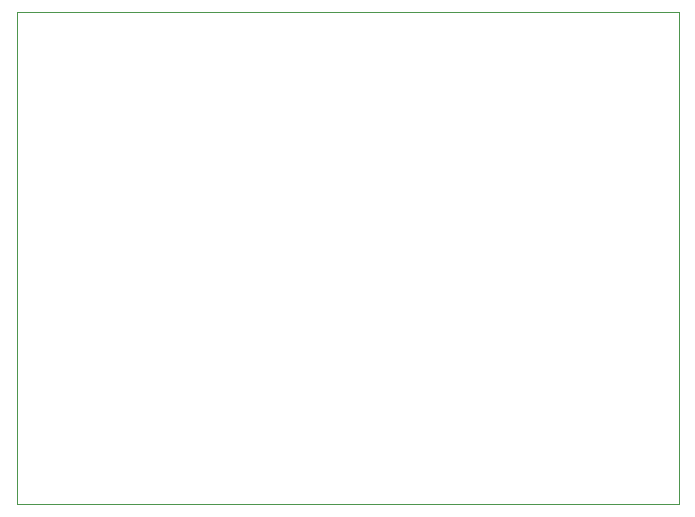
<source format=gbr>
%TF.GenerationSoftware,KiCad,Pcbnew,(5.1.10)-1*%
%TF.CreationDate,2021-07-01T15:47:13-04:00*%
%TF.ProjectId,LFO,4c464f2e-6b69-4636-9164-5f7063625858,rev?*%
%TF.SameCoordinates,Original*%
%TF.FileFunction,Profile,NP*%
%FSLAX46Y46*%
G04 Gerber Fmt 4.6, Leading zero omitted, Abs format (unit mm)*
G04 Created by KiCad (PCBNEW (5.1.10)-1) date 2021-07-01 15:47:13*
%MOMM*%
%LPD*%
G01*
G04 APERTURE LIST*
%TA.AperFunction,Profile*%
%ADD10C,0.050000*%
%TD*%
G04 APERTURE END LIST*
D10*
X94996000Y-108966000D02*
X94996000Y-67564000D01*
X151020000Y-67334000D02*
X139446000Y-67310000D01*
X151020000Y-108990000D02*
X151020000Y-67334000D01*
X94996000Y-67310000D02*
X139446000Y-67310000D01*
X94996000Y-67564000D02*
X94996000Y-67310000D01*
X151020000Y-108990000D02*
X94996000Y-108966000D01*
M02*

</source>
